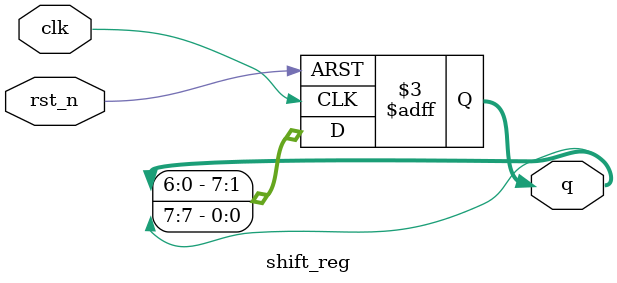
<source format=v>
`timescale 1ns / 1ps


`define BIT_WIDTH 8
module shift_reg(
    q, // shifter output
    clk, // global clock
    rst_n // active low reset
);
output [`BIT_WIDTH-1:0] q; // output
input clk; // global clock
input rst_n; // active low reset
reg [`BIT_WIDTH-1:0] q; // output
// Sequential logics: Flip flops
always @(posedge clk or negedge rst_n)
    if (~rst_n)
    begin
        q <= `BIT_WIDTH'b01010101;
    end
    else
    begin
        q[0] <= q[7];
        q[1] <= q[0];
        q[2] <= q[1];
        q[3] <= q[2];
        q[4] <= q[3];
        q[5] <= q[4];
        q[6] <= q[5];
        q[7] <= q[6]; 
    end
endmodule

</source>
